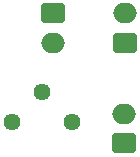
<source format=gbr>
%TF.GenerationSoftware,KiCad,Pcbnew,9.0.0*%
%TF.CreationDate,2025-03-22T17:47:38+01:00*%
%TF.ProjectId,FanControles,46616e43-6f6e-4747-926f-6c65732e6b69,rev?*%
%TF.SameCoordinates,Original*%
%TF.FileFunction,Soldermask,Bot*%
%TF.FilePolarity,Negative*%
%FSLAX46Y46*%
G04 Gerber Fmt 4.6, Leading zero omitted, Abs format (unit mm)*
G04 Created by KiCad (PCBNEW 9.0.0) date 2025-03-22 17:47:38*
%MOMM*%
%LPD*%
G01*
G04 APERTURE LIST*
G04 Aperture macros list*
%AMRoundRect*
0 Rectangle with rounded corners*
0 $1 Rounding radius*
0 $2 $3 $4 $5 $6 $7 $8 $9 X,Y pos of 4 corners*
0 Add a 4 corners polygon primitive as box body*
4,1,4,$2,$3,$4,$5,$6,$7,$8,$9,$2,$3,0*
0 Add four circle primitives for the rounded corners*
1,1,$1+$1,$2,$3*
1,1,$1+$1,$4,$5*
1,1,$1+$1,$6,$7*
1,1,$1+$1,$8,$9*
0 Add four rect primitives between the rounded corners*
20,1,$1+$1,$2,$3,$4,$5,0*
20,1,$1+$1,$4,$5,$6,$7,0*
20,1,$1+$1,$6,$7,$8,$9,0*
20,1,$1+$1,$8,$9,$2,$3,0*%
G04 Aperture macros list end*
%ADD10RoundRect,0.250000X0.750000X-0.600000X0.750000X0.600000X-0.750000X0.600000X-0.750000X-0.600000X0*%
%ADD11O,2.000000X1.700000*%
%ADD12RoundRect,0.250000X-0.750000X0.600000X-0.750000X-0.600000X0.750000X-0.600000X0.750000X0.600000X0*%
%ADD13C,1.440000*%
G04 APERTURE END LIST*
D10*
%TO.C,P1*%
X151000000Y-91000000D03*
D11*
X151000000Y-88500000D03*
%TD*%
D10*
%TO.C,P3*%
X151050000Y-82500000D03*
D11*
X151050000Y-80000000D03*
%TD*%
D12*
%TO.C,P2*%
X145000000Y-80000000D03*
D11*
X145000000Y-82500000D03*
%TD*%
D13*
%TO.C,RV1*%
X141500000Y-89225000D03*
X144040000Y-86685000D03*
X146580000Y-89225000D03*
%TD*%
M02*

</source>
